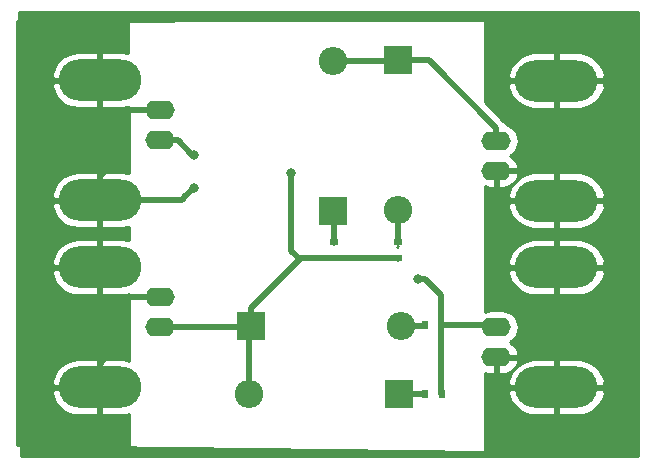
<source format=gbr>
G04 #@! TF.GenerationSoftware,KiCad,Pcbnew,(5.1.4)-1*
G04 #@! TF.CreationDate,2019-11-20T15:49:42+01:00*
G04 #@! TF.ProjectId,Centretappedtrafo,43656e74-7265-4746-9170-706564747261,rev?*
G04 #@! TF.SameCoordinates,Original*
G04 #@! TF.FileFunction,Copper,L1,Top*
G04 #@! TF.FilePolarity,Positive*
%FSLAX46Y46*%
G04 Gerber Fmt 4.6, Leading zero omitted, Abs format (unit mm)*
G04 Created by KiCad (PCBNEW (5.1.4)-1) date 2019-11-20 15:49:42*
%MOMM*%
%LPD*%
G04 APERTURE LIST*
%ADD10O,7.000000X3.500000*%
%ADD11O,2.500000X1.600000*%
%ADD12R,2.400000X2.400000*%
%ADD13O,2.400000X2.400000*%
%ADD14R,0.700000X0.600000*%
%ADD15R,0.600000X0.700000*%
%ADD16C,0.800000*%
%ADD17C,0.500000*%
%ADD18C,0.250000*%
%ADD19C,0.254000*%
G04 APERTURE END LIST*
D10*
X97700000Y-66450000D03*
X97700000Y-76610000D03*
D11*
X102780000Y-71530000D03*
X102780000Y-68990000D03*
X102790000Y-84840000D03*
X102790000Y-87380000D03*
D10*
X97710000Y-92460000D03*
X97710000Y-82300000D03*
D12*
X122980000Y-64790000D03*
D13*
X122980000Y-77490000D03*
D14*
X122930000Y-81540000D03*
X122930000Y-80140000D03*
D12*
X110490000Y-87230000D03*
D13*
X123190000Y-87230000D03*
D15*
X126600000Y-87200000D03*
X125200000Y-87200000D03*
D13*
X117440000Y-64820000D03*
D12*
X117440000Y-77520000D03*
D14*
X117510000Y-81540000D03*
X117510000Y-80140000D03*
D13*
X110350000Y-93050000D03*
D12*
X123050000Y-93050000D03*
D15*
X126650000Y-93040000D03*
X125250000Y-93040000D03*
D11*
X131270000Y-74120000D03*
X131270000Y-71580000D03*
D10*
X136350000Y-66500000D03*
X136350000Y-76660000D03*
X136350000Y-92460000D03*
X136350000Y-82300000D03*
D11*
X131270000Y-87380000D03*
X131270000Y-89920000D03*
D16*
X105640000Y-75610000D03*
X124640000Y-83290000D03*
X105680000Y-72770000D03*
X113890000Y-74310000D03*
D17*
X122860000Y-64670000D02*
X122980000Y-64790000D01*
X117590000Y-64670000D02*
X117440000Y-64820000D01*
X117470000Y-64790000D02*
X117440000Y-64820000D01*
X130820000Y-71580000D02*
X131270000Y-71580000D01*
X122950000Y-64820000D02*
X122980000Y-64790000D01*
X117440000Y-64820000D02*
X122950000Y-64820000D01*
X131270000Y-70530000D02*
X131270000Y-71580000D01*
X125530000Y-64790000D02*
X131270000Y-70530000D01*
X122980000Y-64790000D02*
X125530000Y-64790000D01*
D18*
X122980000Y-80490000D02*
X122900000Y-80570000D01*
X122980000Y-80170000D02*
X122930000Y-80220000D01*
X122980000Y-80090000D02*
X122930000Y-80140000D01*
X122930000Y-77540000D02*
X122980000Y-77490000D01*
D17*
X122930000Y-80140000D02*
X122930000Y-77540000D01*
X97710000Y-90460000D02*
X97710000Y-92460000D01*
X98250000Y-89920000D02*
X97710000Y-90460000D01*
X97700000Y-74610000D02*
X97700000Y-76610000D01*
X98240000Y-74070000D02*
X97700000Y-74610000D01*
X99810000Y-69780000D02*
X99770000Y-69820000D01*
X99720000Y-71560000D02*
X99720000Y-74070000D01*
X99770000Y-71510000D02*
X99720000Y-71560000D01*
X99770000Y-69820000D02*
X99770000Y-71510000D01*
X99720000Y-74070000D02*
X98240000Y-74070000D01*
X102790000Y-84840000D02*
X99120000Y-84840000D01*
X102780000Y-68990000D02*
X99850000Y-68990000D01*
X97700000Y-76610000D02*
X104650000Y-76610000D01*
X104860000Y-76400000D02*
X104860000Y-76390000D01*
X104650000Y-76610000D02*
X104860000Y-76400000D01*
X104860000Y-76390000D02*
X105640000Y-75610000D01*
X105640000Y-75610000D02*
X105640000Y-75610000D01*
D18*
X125170000Y-87230000D02*
X125200000Y-87200000D01*
D17*
X123190000Y-87230000D02*
X125170000Y-87230000D01*
X131270000Y-87380000D02*
X130820000Y-87380000D01*
X126600000Y-92990000D02*
X126650000Y-93040000D01*
X126600000Y-87200000D02*
X126600000Y-92990000D01*
X131090000Y-87200000D02*
X131270000Y-87380000D01*
X126600000Y-87200000D02*
X131090000Y-87200000D01*
X126600000Y-86600000D02*
X126600000Y-87200000D01*
X126600000Y-84684315D02*
X126600000Y-86600000D01*
X125205685Y-83290000D02*
X126600000Y-84684315D01*
X124640000Y-83290000D02*
X125205685Y-83290000D01*
D18*
X117440000Y-80300000D02*
X117510000Y-80370000D01*
X117440000Y-80040000D02*
X117510000Y-80110000D01*
X117440000Y-80070000D02*
X117510000Y-80140000D01*
X117510000Y-77590000D02*
X117440000Y-77520000D01*
D17*
X117510000Y-80140000D02*
X117510000Y-77590000D01*
D18*
X125240000Y-93050000D02*
X125250000Y-93040000D01*
D17*
X123050000Y-93050000D02*
X125240000Y-93050000D01*
X102780000Y-71530000D02*
X103230000Y-71530000D01*
X102780000Y-71530000D02*
X104280000Y-71530000D01*
X105520000Y-72770000D02*
X105680000Y-72770000D01*
X105520000Y-72770000D02*
X105610000Y-72860000D01*
X104280000Y-71530000D02*
X105520000Y-72770000D01*
X105680000Y-72770000D02*
X105680000Y-72770000D01*
X122920000Y-81630000D02*
X122930000Y-81620000D01*
X117460000Y-81540000D02*
X117510000Y-81540000D01*
X122930000Y-81540000D02*
X117510000Y-81540000D01*
X110350000Y-87370000D02*
X110490000Y-87230000D01*
X110350000Y-93050000D02*
X110350000Y-87370000D01*
X110340000Y-87380000D02*
X110490000Y-87230000D01*
X102790000Y-87380000D02*
X110340000Y-87380000D01*
X116910000Y-81540000D02*
X117510000Y-81540000D01*
X114730000Y-81540000D02*
X116910000Y-81540000D01*
X110490000Y-87230000D02*
X110490000Y-85780000D01*
X113890000Y-80900000D02*
X114630000Y-81640000D01*
X113890000Y-74310000D02*
X113890000Y-80900000D01*
X110490000Y-85780000D02*
X114630000Y-81640000D01*
X114630000Y-81640000D02*
X114730000Y-81540000D01*
D19*
G36*
X100113310Y-61634184D02*
G01*
X100119638Y-64164523D01*
X100039850Y-64135604D01*
X99577000Y-64065000D01*
X97827000Y-64065000D01*
X97827000Y-66323000D01*
X97847000Y-66323000D01*
X97847000Y-66577000D01*
X97827000Y-66577000D01*
X97827000Y-68835000D01*
X99577000Y-68835000D01*
X100039850Y-68764396D01*
X100131058Y-68731338D01*
X100145067Y-74333740D01*
X100039850Y-74295604D01*
X99577000Y-74225000D01*
X97827000Y-74225000D01*
X97827000Y-76483000D01*
X97847000Y-76483000D01*
X97847000Y-76737000D01*
X97827000Y-76737000D01*
X97827000Y-78995000D01*
X99577000Y-78995000D01*
X100039850Y-78924396D01*
X100156442Y-78882137D01*
X100159300Y-80025274D01*
X100049850Y-79985604D01*
X99587000Y-79915000D01*
X97837000Y-79915000D01*
X97837000Y-82173000D01*
X97857000Y-82173000D01*
X97857000Y-82427000D01*
X97837000Y-82427000D01*
X97837000Y-84685000D01*
X99587000Y-84685000D01*
X100049850Y-84614396D01*
X100170667Y-84570606D01*
X100184730Y-90194491D01*
X100049850Y-90145604D01*
X99587000Y-90075000D01*
X97837000Y-90075000D01*
X97837000Y-92333000D01*
X97857000Y-92333000D01*
X97857000Y-92587000D01*
X97837000Y-92587000D01*
X97837000Y-94845000D01*
X99587000Y-94845000D01*
X100049850Y-94774396D01*
X100196050Y-94721406D01*
X100202680Y-97372506D01*
X90695000Y-97335654D01*
X90695000Y-92958003D01*
X93627573Y-92958003D01*
X93707947Y-93255368D01*
X93906388Y-93679439D01*
X94183748Y-94056648D01*
X94529369Y-94372498D01*
X94929968Y-94614852D01*
X95370150Y-94774396D01*
X95833000Y-94845000D01*
X97583000Y-94845000D01*
X97583000Y-92587000D01*
X93737375Y-92587000D01*
X93627573Y-92958003D01*
X90695000Y-92958003D01*
X90695000Y-91961997D01*
X93627573Y-91961997D01*
X93737375Y-92333000D01*
X97583000Y-92333000D01*
X97583000Y-90075000D01*
X95833000Y-90075000D01*
X95370150Y-90145604D01*
X94929968Y-90305148D01*
X94529369Y-90547502D01*
X94183748Y-90863352D01*
X93906388Y-91240561D01*
X93707947Y-91664632D01*
X93627573Y-91961997D01*
X90695000Y-91961997D01*
X90695000Y-82798003D01*
X93627573Y-82798003D01*
X93707947Y-83095368D01*
X93906388Y-83519439D01*
X94183748Y-83896648D01*
X94529369Y-84212498D01*
X94929968Y-84454852D01*
X95370150Y-84614396D01*
X95833000Y-84685000D01*
X97583000Y-84685000D01*
X97583000Y-82427000D01*
X93737375Y-82427000D01*
X93627573Y-82798003D01*
X90695000Y-82798003D01*
X90695000Y-81801997D01*
X93627573Y-81801997D01*
X93737375Y-82173000D01*
X97583000Y-82173000D01*
X97583000Y-79915000D01*
X95833000Y-79915000D01*
X95370150Y-79985604D01*
X94929968Y-80145148D01*
X94529369Y-80387502D01*
X94183748Y-80703352D01*
X93906388Y-81080561D01*
X93707947Y-81504632D01*
X93627573Y-81801997D01*
X90695000Y-81801997D01*
X90695000Y-77108003D01*
X93617573Y-77108003D01*
X93697947Y-77405368D01*
X93896388Y-77829439D01*
X94173748Y-78206648D01*
X94519369Y-78522498D01*
X94919968Y-78764852D01*
X95360150Y-78924396D01*
X95823000Y-78995000D01*
X97573000Y-78995000D01*
X97573000Y-76737000D01*
X93727375Y-76737000D01*
X93617573Y-77108003D01*
X90695000Y-77108003D01*
X90695000Y-76111997D01*
X93617573Y-76111997D01*
X93727375Y-76483000D01*
X97573000Y-76483000D01*
X97573000Y-74225000D01*
X95823000Y-74225000D01*
X95360150Y-74295604D01*
X94919968Y-74455148D01*
X94519369Y-74697502D01*
X94173748Y-75013352D01*
X93896388Y-75390561D01*
X93697947Y-75814632D01*
X93617573Y-76111997D01*
X90695000Y-76111997D01*
X90695000Y-66948003D01*
X93617573Y-66948003D01*
X93697947Y-67245368D01*
X93896388Y-67669439D01*
X94173748Y-68046648D01*
X94519369Y-68362498D01*
X94919968Y-68604852D01*
X95360150Y-68764396D01*
X95823000Y-68835000D01*
X97573000Y-68835000D01*
X97573000Y-66577000D01*
X93727375Y-66577000D01*
X93617573Y-66948003D01*
X90695000Y-66948003D01*
X90695000Y-65951997D01*
X93617573Y-65951997D01*
X93727375Y-66323000D01*
X97573000Y-66323000D01*
X97573000Y-64065000D01*
X95823000Y-64065000D01*
X95360150Y-64135604D01*
X94919968Y-64295148D01*
X94519369Y-64537502D01*
X94173748Y-64853352D01*
X93896388Y-65230561D01*
X93697947Y-65654632D01*
X93617573Y-65951997D01*
X90695000Y-65951997D01*
X90695000Y-61422433D01*
X100113310Y-61634184D01*
X100113310Y-61634184D01*
G37*
X100113310Y-61634184D02*
X100119638Y-64164523D01*
X100039850Y-64135604D01*
X99577000Y-64065000D01*
X97827000Y-64065000D01*
X97827000Y-66323000D01*
X97847000Y-66323000D01*
X97847000Y-66577000D01*
X97827000Y-66577000D01*
X97827000Y-68835000D01*
X99577000Y-68835000D01*
X100039850Y-68764396D01*
X100131058Y-68731338D01*
X100145067Y-74333740D01*
X100039850Y-74295604D01*
X99577000Y-74225000D01*
X97827000Y-74225000D01*
X97827000Y-76483000D01*
X97847000Y-76483000D01*
X97847000Y-76737000D01*
X97827000Y-76737000D01*
X97827000Y-78995000D01*
X99577000Y-78995000D01*
X100039850Y-78924396D01*
X100156442Y-78882137D01*
X100159300Y-80025274D01*
X100049850Y-79985604D01*
X99587000Y-79915000D01*
X97837000Y-79915000D01*
X97837000Y-82173000D01*
X97857000Y-82173000D01*
X97857000Y-82427000D01*
X97837000Y-82427000D01*
X97837000Y-84685000D01*
X99587000Y-84685000D01*
X100049850Y-84614396D01*
X100170667Y-84570606D01*
X100184730Y-90194491D01*
X100049850Y-90145604D01*
X99587000Y-90075000D01*
X97837000Y-90075000D01*
X97837000Y-92333000D01*
X97857000Y-92333000D01*
X97857000Y-92587000D01*
X97837000Y-92587000D01*
X97837000Y-94845000D01*
X99587000Y-94845000D01*
X100049850Y-94774396D01*
X100196050Y-94721406D01*
X100202680Y-97372506D01*
X90695000Y-97335654D01*
X90695000Y-92958003D01*
X93627573Y-92958003D01*
X93707947Y-93255368D01*
X93906388Y-93679439D01*
X94183748Y-94056648D01*
X94529369Y-94372498D01*
X94929968Y-94614852D01*
X95370150Y-94774396D01*
X95833000Y-94845000D01*
X97583000Y-94845000D01*
X97583000Y-92587000D01*
X93737375Y-92587000D01*
X93627573Y-92958003D01*
X90695000Y-92958003D01*
X90695000Y-91961997D01*
X93627573Y-91961997D01*
X93737375Y-92333000D01*
X97583000Y-92333000D01*
X97583000Y-90075000D01*
X95833000Y-90075000D01*
X95370150Y-90145604D01*
X94929968Y-90305148D01*
X94529369Y-90547502D01*
X94183748Y-90863352D01*
X93906388Y-91240561D01*
X93707947Y-91664632D01*
X93627573Y-91961997D01*
X90695000Y-91961997D01*
X90695000Y-82798003D01*
X93627573Y-82798003D01*
X93707947Y-83095368D01*
X93906388Y-83519439D01*
X94183748Y-83896648D01*
X94529369Y-84212498D01*
X94929968Y-84454852D01*
X95370150Y-84614396D01*
X95833000Y-84685000D01*
X97583000Y-84685000D01*
X97583000Y-82427000D01*
X93737375Y-82427000D01*
X93627573Y-82798003D01*
X90695000Y-82798003D01*
X90695000Y-81801997D01*
X93627573Y-81801997D01*
X93737375Y-82173000D01*
X97583000Y-82173000D01*
X97583000Y-79915000D01*
X95833000Y-79915000D01*
X95370150Y-79985604D01*
X94929968Y-80145148D01*
X94529369Y-80387502D01*
X94183748Y-80703352D01*
X93906388Y-81080561D01*
X93707947Y-81504632D01*
X93627573Y-81801997D01*
X90695000Y-81801997D01*
X90695000Y-77108003D01*
X93617573Y-77108003D01*
X93697947Y-77405368D01*
X93896388Y-77829439D01*
X94173748Y-78206648D01*
X94519369Y-78522498D01*
X94919968Y-78764852D01*
X95360150Y-78924396D01*
X95823000Y-78995000D01*
X97573000Y-78995000D01*
X97573000Y-76737000D01*
X93727375Y-76737000D01*
X93617573Y-77108003D01*
X90695000Y-77108003D01*
X90695000Y-76111997D01*
X93617573Y-76111997D01*
X93727375Y-76483000D01*
X97573000Y-76483000D01*
X97573000Y-74225000D01*
X95823000Y-74225000D01*
X95360150Y-74295604D01*
X94919968Y-74455148D01*
X94519369Y-74697502D01*
X94173748Y-75013352D01*
X93896388Y-75390561D01*
X93697947Y-75814632D01*
X93617573Y-76111997D01*
X90695000Y-76111997D01*
X90695000Y-66948003D01*
X93617573Y-66948003D01*
X93697947Y-67245368D01*
X93896388Y-67669439D01*
X94173748Y-68046648D01*
X94519369Y-68362498D01*
X94919968Y-68604852D01*
X95360150Y-68764396D01*
X95823000Y-68835000D01*
X97573000Y-68835000D01*
X97573000Y-66577000D01*
X93727375Y-66577000D01*
X93617573Y-66948003D01*
X90695000Y-66948003D01*
X90695000Y-65951997D01*
X93617573Y-65951997D01*
X93727375Y-66323000D01*
X97573000Y-66323000D01*
X97573000Y-64065000D01*
X95823000Y-64065000D01*
X95360150Y-64135604D01*
X94919968Y-64295148D01*
X94519369Y-64537502D01*
X94173748Y-64853352D01*
X93896388Y-65230561D01*
X93697947Y-65654632D01*
X93617573Y-65951997D01*
X90695000Y-65951997D01*
X90695000Y-61422433D01*
X100113310Y-61634184D01*
G36*
X143115379Y-61316993D02*
G01*
X143305001Y-61330538D01*
X143305000Y-89896688D01*
X143234114Y-98090694D01*
X130267000Y-97855285D01*
X130267000Y-92958003D01*
X132267573Y-92958003D01*
X132347947Y-93255368D01*
X132546388Y-93679439D01*
X132823748Y-94056648D01*
X133169369Y-94372498D01*
X133569968Y-94614852D01*
X134010150Y-94774396D01*
X134473000Y-94845000D01*
X136223000Y-94845000D01*
X136223000Y-92587000D01*
X136477000Y-92587000D01*
X136477000Y-94845000D01*
X138227000Y-94845000D01*
X138689850Y-94774396D01*
X139130032Y-94614852D01*
X139530631Y-94372498D01*
X139876252Y-94056648D01*
X140153612Y-93679439D01*
X140352053Y-93255368D01*
X140432427Y-92958003D01*
X140322625Y-92587000D01*
X136477000Y-92587000D01*
X136223000Y-92587000D01*
X132377375Y-92587000D01*
X132267573Y-92958003D01*
X130267000Y-92958003D01*
X130267000Y-91961997D01*
X132267573Y-91961997D01*
X132377375Y-92333000D01*
X136223000Y-92333000D01*
X136223000Y-90075000D01*
X136477000Y-90075000D01*
X136477000Y-92333000D01*
X140322625Y-92333000D01*
X140432427Y-91961997D01*
X140352053Y-91664632D01*
X140153612Y-91240561D01*
X139876252Y-90863352D01*
X139530631Y-90547502D01*
X139130032Y-90305148D01*
X138689850Y-90145604D01*
X138227000Y-90075000D01*
X136477000Y-90075000D01*
X136223000Y-90075000D01*
X134473000Y-90075000D01*
X134010150Y-90145604D01*
X133569968Y-90305148D01*
X133169369Y-90547502D01*
X132823748Y-90863352D01*
X132546388Y-91240561D01*
X132347947Y-91664632D01*
X132267573Y-91961997D01*
X130267000Y-91961997D01*
X130267000Y-91242861D01*
X130415486Y-91302650D01*
X130693000Y-91355000D01*
X131143000Y-91355000D01*
X131143000Y-90047000D01*
X131397000Y-90047000D01*
X131397000Y-91355000D01*
X131847000Y-91355000D01*
X132124514Y-91302650D01*
X132386483Y-91197166D01*
X132622839Y-91042601D01*
X132824500Y-90844895D01*
X132983715Y-90611646D01*
X133094367Y-90351818D01*
X133111904Y-90269039D01*
X132989915Y-90047000D01*
X131397000Y-90047000D01*
X131143000Y-90047000D01*
X131123000Y-90047000D01*
X131123000Y-89793000D01*
X131143000Y-89793000D01*
X131143000Y-89773000D01*
X131397000Y-89773000D01*
X131397000Y-89793000D01*
X132989915Y-89793000D01*
X133111904Y-89570961D01*
X133094367Y-89488182D01*
X132983715Y-89228354D01*
X132824500Y-88995105D01*
X132622839Y-88797399D01*
X132393259Y-88647265D01*
X132521101Y-88578932D01*
X132739608Y-88399608D01*
X132918932Y-88181101D01*
X133052182Y-87931808D01*
X133134236Y-87661309D01*
X133161943Y-87380000D01*
X133134236Y-87098691D01*
X133052182Y-86828192D01*
X132918932Y-86578899D01*
X132739608Y-86360392D01*
X132521101Y-86181068D01*
X132271808Y-86047818D01*
X132001309Y-85965764D01*
X131790492Y-85945000D01*
X130749508Y-85945000D01*
X130538691Y-85965764D01*
X130268192Y-86047818D01*
X130267000Y-86048455D01*
X130267000Y-82798003D01*
X132267573Y-82798003D01*
X132347947Y-83095368D01*
X132546388Y-83519439D01*
X132823748Y-83896648D01*
X133169369Y-84212498D01*
X133569968Y-84454852D01*
X134010150Y-84614396D01*
X134473000Y-84685000D01*
X136223000Y-84685000D01*
X136223000Y-82427000D01*
X136477000Y-82427000D01*
X136477000Y-84685000D01*
X138227000Y-84685000D01*
X138689850Y-84614396D01*
X139130032Y-84454852D01*
X139530631Y-84212498D01*
X139876252Y-83896648D01*
X140153612Y-83519439D01*
X140352053Y-83095368D01*
X140432427Y-82798003D01*
X140322625Y-82427000D01*
X136477000Y-82427000D01*
X136223000Y-82427000D01*
X132377375Y-82427000D01*
X132267573Y-82798003D01*
X130267000Y-82798003D01*
X130267000Y-81801997D01*
X132267573Y-81801997D01*
X132377375Y-82173000D01*
X136223000Y-82173000D01*
X136223000Y-79915000D01*
X136477000Y-79915000D01*
X136477000Y-82173000D01*
X140322625Y-82173000D01*
X140432427Y-81801997D01*
X140352053Y-81504632D01*
X140153612Y-81080561D01*
X139876252Y-80703352D01*
X139530631Y-80387502D01*
X139130032Y-80145148D01*
X138689850Y-79985604D01*
X138227000Y-79915000D01*
X136477000Y-79915000D01*
X136223000Y-79915000D01*
X134473000Y-79915000D01*
X134010150Y-79985604D01*
X133569968Y-80145148D01*
X133169369Y-80387502D01*
X132823748Y-80703352D01*
X132546388Y-81080561D01*
X132347947Y-81504632D01*
X132267573Y-81801997D01*
X130267000Y-81801997D01*
X130267000Y-77158003D01*
X132267573Y-77158003D01*
X132347947Y-77455368D01*
X132546388Y-77879439D01*
X132823748Y-78256648D01*
X133169369Y-78572498D01*
X133569968Y-78814852D01*
X134010150Y-78974396D01*
X134473000Y-79045000D01*
X136223000Y-79045000D01*
X136223000Y-76787000D01*
X136477000Y-76787000D01*
X136477000Y-79045000D01*
X138227000Y-79045000D01*
X138689850Y-78974396D01*
X139130032Y-78814852D01*
X139530631Y-78572498D01*
X139876252Y-78256648D01*
X140153612Y-77879439D01*
X140352053Y-77455368D01*
X140432427Y-77158003D01*
X140322625Y-76787000D01*
X136477000Y-76787000D01*
X136223000Y-76787000D01*
X132377375Y-76787000D01*
X132267573Y-77158003D01*
X130267000Y-77158003D01*
X130267000Y-76161997D01*
X132267573Y-76161997D01*
X132377375Y-76533000D01*
X136223000Y-76533000D01*
X136223000Y-74275000D01*
X136477000Y-74275000D01*
X136477000Y-76533000D01*
X140322625Y-76533000D01*
X140432427Y-76161997D01*
X140352053Y-75864632D01*
X140153612Y-75440561D01*
X139876252Y-75063352D01*
X139530631Y-74747502D01*
X139130032Y-74505148D01*
X138689850Y-74345604D01*
X138227000Y-74275000D01*
X136477000Y-74275000D01*
X136223000Y-74275000D01*
X134473000Y-74275000D01*
X134010150Y-74345604D01*
X133569968Y-74505148D01*
X133169369Y-74747502D01*
X132823748Y-75063352D01*
X132546388Y-75440561D01*
X132347947Y-75864632D01*
X132267573Y-76161997D01*
X130267000Y-76161997D01*
X130267000Y-75442861D01*
X130415486Y-75502650D01*
X130693000Y-75555000D01*
X131143000Y-75555000D01*
X131143000Y-74247000D01*
X131397000Y-74247000D01*
X131397000Y-75555000D01*
X131847000Y-75555000D01*
X132124514Y-75502650D01*
X132386483Y-75397166D01*
X132622839Y-75242601D01*
X132824500Y-75044895D01*
X132983715Y-74811646D01*
X133094367Y-74551818D01*
X133111904Y-74469039D01*
X132989915Y-74247000D01*
X131397000Y-74247000D01*
X131143000Y-74247000D01*
X131123000Y-74247000D01*
X131123000Y-73993000D01*
X131143000Y-73993000D01*
X131143000Y-73973000D01*
X131397000Y-73973000D01*
X131397000Y-73993000D01*
X132989915Y-73993000D01*
X133111904Y-73770961D01*
X133094367Y-73688182D01*
X132983715Y-73428354D01*
X132824500Y-73195105D01*
X132622839Y-72997399D01*
X132393259Y-72847265D01*
X132521101Y-72778932D01*
X132739608Y-72599608D01*
X132918932Y-72381101D01*
X133052182Y-72131808D01*
X133134236Y-71861309D01*
X133161943Y-71580000D01*
X133134236Y-71298691D01*
X133052182Y-71028192D01*
X132918932Y-70778899D01*
X132739608Y-70560392D01*
X132521101Y-70381068D01*
X132271808Y-70247818D01*
X132092746Y-70193501D01*
X132091589Y-70189687D01*
X132009411Y-70035941D01*
X131898817Y-69901183D01*
X131865051Y-69873472D01*
X130267000Y-68275421D01*
X130267000Y-66998003D01*
X132267573Y-66998003D01*
X132347947Y-67295368D01*
X132546388Y-67719439D01*
X132823748Y-68096648D01*
X133169369Y-68412498D01*
X133569968Y-68654852D01*
X134010150Y-68814396D01*
X134473000Y-68885000D01*
X136223000Y-68885000D01*
X136223000Y-66627000D01*
X136477000Y-66627000D01*
X136477000Y-68885000D01*
X138227000Y-68885000D01*
X138689850Y-68814396D01*
X139130032Y-68654852D01*
X139530631Y-68412498D01*
X139876252Y-68096648D01*
X140153612Y-67719439D01*
X140352053Y-67295368D01*
X140432427Y-66998003D01*
X140322625Y-66627000D01*
X136477000Y-66627000D01*
X136223000Y-66627000D01*
X132377375Y-66627000D01*
X132267573Y-66998003D01*
X130267000Y-66998003D01*
X130267000Y-66001997D01*
X132267573Y-66001997D01*
X132377375Y-66373000D01*
X136223000Y-66373000D01*
X136223000Y-64115000D01*
X136477000Y-64115000D01*
X136477000Y-66373000D01*
X140322625Y-66373000D01*
X140432427Y-66001997D01*
X140352053Y-65704632D01*
X140153612Y-65280561D01*
X139876252Y-64903352D01*
X139530631Y-64587502D01*
X139130032Y-64345148D01*
X138689850Y-64185604D01*
X138227000Y-64115000D01*
X136477000Y-64115000D01*
X136223000Y-64115000D01*
X134473000Y-64115000D01*
X134010150Y-64185604D01*
X133569968Y-64345148D01*
X133169369Y-64587502D01*
X132823748Y-64903352D01*
X132546388Y-65280561D01*
X132347947Y-65704632D01*
X132267573Y-66001997D01*
X130267000Y-66001997D01*
X130267000Y-61297196D01*
X143115379Y-61316993D01*
X143115379Y-61316993D01*
G37*
X143115379Y-61316993D02*
X143305001Y-61330538D01*
X143305000Y-89896688D01*
X143234114Y-98090694D01*
X130267000Y-97855285D01*
X130267000Y-92958003D01*
X132267573Y-92958003D01*
X132347947Y-93255368D01*
X132546388Y-93679439D01*
X132823748Y-94056648D01*
X133169369Y-94372498D01*
X133569968Y-94614852D01*
X134010150Y-94774396D01*
X134473000Y-94845000D01*
X136223000Y-94845000D01*
X136223000Y-92587000D01*
X136477000Y-92587000D01*
X136477000Y-94845000D01*
X138227000Y-94845000D01*
X138689850Y-94774396D01*
X139130032Y-94614852D01*
X139530631Y-94372498D01*
X139876252Y-94056648D01*
X140153612Y-93679439D01*
X140352053Y-93255368D01*
X140432427Y-92958003D01*
X140322625Y-92587000D01*
X136477000Y-92587000D01*
X136223000Y-92587000D01*
X132377375Y-92587000D01*
X132267573Y-92958003D01*
X130267000Y-92958003D01*
X130267000Y-91961997D01*
X132267573Y-91961997D01*
X132377375Y-92333000D01*
X136223000Y-92333000D01*
X136223000Y-90075000D01*
X136477000Y-90075000D01*
X136477000Y-92333000D01*
X140322625Y-92333000D01*
X140432427Y-91961997D01*
X140352053Y-91664632D01*
X140153612Y-91240561D01*
X139876252Y-90863352D01*
X139530631Y-90547502D01*
X139130032Y-90305148D01*
X138689850Y-90145604D01*
X138227000Y-90075000D01*
X136477000Y-90075000D01*
X136223000Y-90075000D01*
X134473000Y-90075000D01*
X134010150Y-90145604D01*
X133569968Y-90305148D01*
X133169369Y-90547502D01*
X132823748Y-90863352D01*
X132546388Y-91240561D01*
X132347947Y-91664632D01*
X132267573Y-91961997D01*
X130267000Y-91961997D01*
X130267000Y-91242861D01*
X130415486Y-91302650D01*
X130693000Y-91355000D01*
X131143000Y-91355000D01*
X131143000Y-90047000D01*
X131397000Y-90047000D01*
X131397000Y-91355000D01*
X131847000Y-91355000D01*
X132124514Y-91302650D01*
X132386483Y-91197166D01*
X132622839Y-91042601D01*
X132824500Y-90844895D01*
X132983715Y-90611646D01*
X133094367Y-90351818D01*
X133111904Y-90269039D01*
X132989915Y-90047000D01*
X131397000Y-90047000D01*
X131143000Y-90047000D01*
X131123000Y-90047000D01*
X131123000Y-89793000D01*
X131143000Y-89793000D01*
X131143000Y-89773000D01*
X131397000Y-89773000D01*
X131397000Y-89793000D01*
X132989915Y-89793000D01*
X133111904Y-89570961D01*
X133094367Y-89488182D01*
X132983715Y-89228354D01*
X132824500Y-88995105D01*
X132622839Y-88797399D01*
X132393259Y-88647265D01*
X132521101Y-88578932D01*
X132739608Y-88399608D01*
X132918932Y-88181101D01*
X133052182Y-87931808D01*
X133134236Y-87661309D01*
X133161943Y-87380000D01*
X133134236Y-87098691D01*
X133052182Y-86828192D01*
X132918932Y-86578899D01*
X132739608Y-86360392D01*
X132521101Y-86181068D01*
X132271808Y-86047818D01*
X132001309Y-85965764D01*
X131790492Y-85945000D01*
X130749508Y-85945000D01*
X130538691Y-85965764D01*
X130268192Y-86047818D01*
X130267000Y-86048455D01*
X130267000Y-82798003D01*
X132267573Y-82798003D01*
X132347947Y-83095368D01*
X132546388Y-83519439D01*
X132823748Y-83896648D01*
X133169369Y-84212498D01*
X133569968Y-84454852D01*
X134010150Y-84614396D01*
X134473000Y-84685000D01*
X136223000Y-84685000D01*
X136223000Y-82427000D01*
X136477000Y-82427000D01*
X136477000Y-84685000D01*
X138227000Y-84685000D01*
X138689850Y-84614396D01*
X139130032Y-84454852D01*
X139530631Y-84212498D01*
X139876252Y-83896648D01*
X140153612Y-83519439D01*
X140352053Y-83095368D01*
X140432427Y-82798003D01*
X140322625Y-82427000D01*
X136477000Y-82427000D01*
X136223000Y-82427000D01*
X132377375Y-82427000D01*
X132267573Y-82798003D01*
X130267000Y-82798003D01*
X130267000Y-81801997D01*
X132267573Y-81801997D01*
X132377375Y-82173000D01*
X136223000Y-82173000D01*
X136223000Y-79915000D01*
X136477000Y-79915000D01*
X136477000Y-82173000D01*
X140322625Y-82173000D01*
X140432427Y-81801997D01*
X140352053Y-81504632D01*
X140153612Y-81080561D01*
X139876252Y-80703352D01*
X139530631Y-80387502D01*
X139130032Y-80145148D01*
X138689850Y-79985604D01*
X138227000Y-79915000D01*
X136477000Y-79915000D01*
X136223000Y-79915000D01*
X134473000Y-79915000D01*
X134010150Y-79985604D01*
X133569968Y-80145148D01*
X133169369Y-80387502D01*
X132823748Y-80703352D01*
X132546388Y-81080561D01*
X132347947Y-81504632D01*
X132267573Y-81801997D01*
X130267000Y-81801997D01*
X130267000Y-77158003D01*
X132267573Y-77158003D01*
X132347947Y-77455368D01*
X132546388Y-77879439D01*
X132823748Y-78256648D01*
X133169369Y-78572498D01*
X133569968Y-78814852D01*
X134010150Y-78974396D01*
X134473000Y-79045000D01*
X136223000Y-79045000D01*
X136223000Y-76787000D01*
X136477000Y-76787000D01*
X136477000Y-79045000D01*
X138227000Y-79045000D01*
X138689850Y-78974396D01*
X139130032Y-78814852D01*
X139530631Y-78572498D01*
X139876252Y-78256648D01*
X140153612Y-77879439D01*
X140352053Y-77455368D01*
X140432427Y-77158003D01*
X140322625Y-76787000D01*
X136477000Y-76787000D01*
X136223000Y-76787000D01*
X132377375Y-76787000D01*
X132267573Y-77158003D01*
X130267000Y-77158003D01*
X130267000Y-76161997D01*
X132267573Y-76161997D01*
X132377375Y-76533000D01*
X136223000Y-76533000D01*
X136223000Y-74275000D01*
X136477000Y-74275000D01*
X136477000Y-76533000D01*
X140322625Y-76533000D01*
X140432427Y-76161997D01*
X140352053Y-75864632D01*
X140153612Y-75440561D01*
X139876252Y-75063352D01*
X139530631Y-74747502D01*
X139130032Y-74505148D01*
X138689850Y-74345604D01*
X138227000Y-74275000D01*
X136477000Y-74275000D01*
X136223000Y-74275000D01*
X134473000Y-74275000D01*
X134010150Y-74345604D01*
X133569968Y-74505148D01*
X133169369Y-74747502D01*
X132823748Y-75063352D01*
X132546388Y-75440561D01*
X132347947Y-75864632D01*
X132267573Y-76161997D01*
X130267000Y-76161997D01*
X130267000Y-75442861D01*
X130415486Y-75502650D01*
X130693000Y-75555000D01*
X131143000Y-75555000D01*
X131143000Y-74247000D01*
X131397000Y-74247000D01*
X131397000Y-75555000D01*
X131847000Y-75555000D01*
X132124514Y-75502650D01*
X132386483Y-75397166D01*
X132622839Y-75242601D01*
X132824500Y-75044895D01*
X132983715Y-74811646D01*
X133094367Y-74551818D01*
X133111904Y-74469039D01*
X132989915Y-74247000D01*
X131397000Y-74247000D01*
X131143000Y-74247000D01*
X131123000Y-74247000D01*
X131123000Y-73993000D01*
X131143000Y-73993000D01*
X131143000Y-73973000D01*
X131397000Y-73973000D01*
X131397000Y-73993000D01*
X132989915Y-73993000D01*
X133111904Y-73770961D01*
X133094367Y-73688182D01*
X132983715Y-73428354D01*
X132824500Y-73195105D01*
X132622839Y-72997399D01*
X132393259Y-72847265D01*
X132521101Y-72778932D01*
X132739608Y-72599608D01*
X132918932Y-72381101D01*
X133052182Y-72131808D01*
X133134236Y-71861309D01*
X133161943Y-71580000D01*
X133134236Y-71298691D01*
X133052182Y-71028192D01*
X132918932Y-70778899D01*
X132739608Y-70560392D01*
X132521101Y-70381068D01*
X132271808Y-70247818D01*
X132092746Y-70193501D01*
X132091589Y-70189687D01*
X132009411Y-70035941D01*
X131898817Y-69901183D01*
X131865051Y-69873472D01*
X130267000Y-68275421D01*
X130267000Y-66998003D01*
X132267573Y-66998003D01*
X132347947Y-67295368D01*
X132546388Y-67719439D01*
X132823748Y-68096648D01*
X133169369Y-68412498D01*
X133569968Y-68654852D01*
X134010150Y-68814396D01*
X134473000Y-68885000D01*
X136223000Y-68885000D01*
X136223000Y-66627000D01*
X136477000Y-66627000D01*
X136477000Y-68885000D01*
X138227000Y-68885000D01*
X138689850Y-68814396D01*
X139130032Y-68654852D01*
X139530631Y-68412498D01*
X139876252Y-68096648D01*
X140153612Y-67719439D01*
X140352053Y-67295368D01*
X140432427Y-66998003D01*
X140322625Y-66627000D01*
X136477000Y-66627000D01*
X136223000Y-66627000D01*
X132377375Y-66627000D01*
X132267573Y-66998003D01*
X130267000Y-66998003D01*
X130267000Y-66001997D01*
X132267573Y-66001997D01*
X132377375Y-66373000D01*
X136223000Y-66373000D01*
X136223000Y-64115000D01*
X136477000Y-64115000D01*
X136477000Y-66373000D01*
X140322625Y-66373000D01*
X140432427Y-66001997D01*
X140352053Y-65704632D01*
X140153612Y-65280561D01*
X139876252Y-64903352D01*
X139530631Y-64587502D01*
X139130032Y-64345148D01*
X138689850Y-64185604D01*
X138227000Y-64115000D01*
X136477000Y-64115000D01*
X136223000Y-64115000D01*
X134473000Y-64115000D01*
X134010150Y-64185604D01*
X133569968Y-64345148D01*
X133169369Y-64587502D01*
X132823748Y-64903352D01*
X132546388Y-65280561D01*
X132347947Y-65704632D01*
X132267573Y-66001997D01*
X130267000Y-66001997D01*
X130267000Y-61297196D01*
X143115379Y-61316993D01*
G36*
X143305001Y-61243889D02*
G01*
X90843609Y-61442493D01*
X90881404Y-60695000D01*
X143305001Y-60695000D01*
X143305001Y-61243889D01*
X143305001Y-61243889D01*
G37*
X143305001Y-61243889D02*
X90843609Y-61442493D01*
X90881404Y-60695000D01*
X143305001Y-60695000D01*
X143305001Y-61243889D01*
G36*
X143259054Y-98085443D02*
G01*
X143269923Y-98305000D01*
X91020555Y-98305000D01*
X91026193Y-97408645D01*
X143259054Y-98085443D01*
X143259054Y-98085443D01*
G37*
X143259054Y-98085443D02*
X143269923Y-98305000D01*
X91020555Y-98305000D01*
X91026193Y-97408645D01*
X143259054Y-98085443D01*
M02*

</source>
